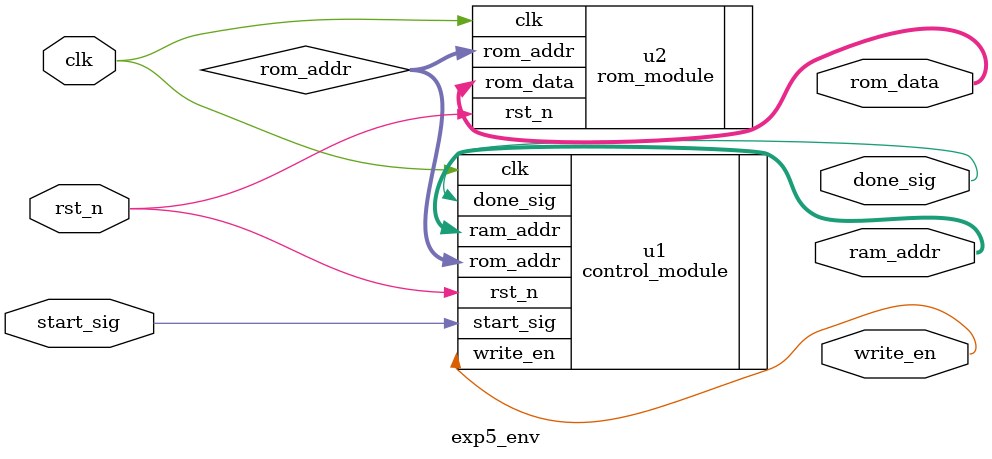
<source format=v>
module exp5_env
(
    input clk,
    input rst_n,
    
    input start_sig,
    output done_sig,
    
    output write_en,
    output [3:0] ram_addr,
    output [7:0] rom_data
);

    wire [3:0] rom_addr;

    control_module u1
    (
        .clk(clk),
        .rst_n(rst_n),
        .start_sig(start_sig),
        .done_sig(done_sig),
        .rom_addr(rom_addr),
        .write_en(write_en),
        .ram_addr(ram_addr)
    );
    
    rom_module u2
    (
        .clk(clk),
        .rst_n(rst_n),
        .rom_addr(rom_addr),
        .rom_data(rom_data)
    );
    
endmodule


</source>
